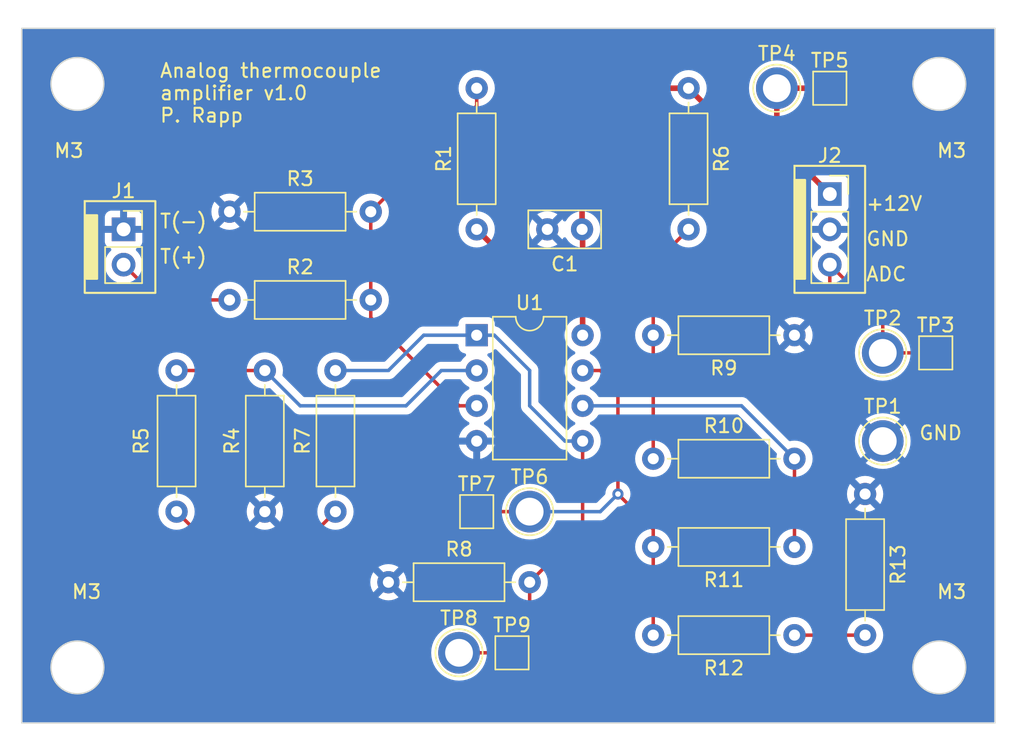
<source format=kicad_pcb>
(kicad_pcb (version 20221018) (generator pcbnew)
  (title_block (title "Analog thermocouple amplifier") (date "2024-04-01") (rev "1.0.0") (company "Philipp Rapp"))
  (layers (0 "F.Cu" signal) (31 "B.Cu" signal) (34 "B.Paste" user) (35 "F.Paste" user) (36 "B.SilkS" user "B.Silkscreen") (37 "F.SilkS" user "F.Silkscreen") (38 "B.Mask" user) (39 "F.Mask" user) (44 "Edge.Cuts" user))
  (net 0 "")
  (net 1 "+12V")
  (net 2 "GND")
  (net 3 "Net-(J1-Pin_2)")
  (net 4 "/adc_input")
  (net 5 "Net-(U1A-+)")
  (net 6 "Net-(R5-Pad2)")
  (net 7 "Net-(U1A--)")
  (net 8 "Net-(R10-Pad1)")
  (net 9 "Net-(U1B-+)")
  (net 10 "Net-(U1B--)")
  (net 11 "Net-(R11-Pad2)")
  (footprint "Resistor_THT:R_Axial_DIN0207_L6.3mm_D2.5mm_P10.16mm_Horizontal" (layer "F.Cu") (at 151.13 87.63 -90)
    (fp_text reference "R5" (at 5.08 2.54 90) (layer "F.SilkS"))
    (fp_text value "12k")
    (fp_line (start 1.04 0) (end 1.81 0) (stroke (width 0.12)) (layer "F.SilkS"))
    (fp_line (start 1.81 -1.37) (end 1.81 1.37) (stroke (width 0.12)) (layer "F.SilkS"))
    (fp_line (start 1.81 1.37) (end 8.35 1.37) (stroke (width 0.12)) (layer "F.SilkS"))
    (fp_line (start 8.35 -1.37) (end 1.81 -1.37) (stroke (width 0.12)) (layer "F.SilkS"))
    (fp_line (start 8.35 1.37) (end 8.35 -1.37) (stroke (width 0.12)) (layer "F.SilkS"))
    (fp_line (start 9.12 0) (end 8.35 0) (stroke (width 0.12)) (layer "F.SilkS"))
    (pad "1" thru_hole circle (at 0 0 270) (size 1.6 1.6) (drill 0.8) (layers "*.Cu" "*.Mask") (net 7 "Net-(U1A--)"))
    (pad "2" thru_hole oval (at 10.16 0 270) (size 1.6 1.6) (drill 0.8) (layers "*.Cu" "*.Mask") (net 6 "Net-(R5-Pad2)"))
  )
  (footprint "TestPoint:TestPoint_Plated_Hole_D2.0mm" (layer "F.Cu") (at 201.93 86.36)
    (fp_text reference "TP2" (at 0 -2.498) (layer "F.SilkS"))
    (fp_text value "TestPoint")
    (fp_circle (center 0 0) (end 0 -1.7) (stroke (width 0.12)) (fill none) (layer "F.SilkS"))
    (pad "1" thru_hole circle (at 0 0) (size 3 3) (drill 2) (layers "*.Cu" "*.Mask") (net 4 "/adc_input"))
  )
  (footprint "Capacitor_THT:C_Disc_D5.0mm_W2.5mm_P2.50mm" (layer "F.Cu") (at 180.3 77.47 180)
    (fp_text reference "C1" (at 1.25 -2.5) (layer "F.SilkS"))
    (fp_text value "100n")
    (fp_line (start -1.37 -1.37) (end -1.37 1.37) (stroke (width 0.12)) (layer "F.SilkS"))
    (fp_line (start -1.37 -1.37) (end 3.87 -1.37) (stroke (width 0.12)) (layer "F.SilkS"))
    (fp_line (start -1.37 1.37) (end 3.87 1.37) (stroke (width 0.12)) (layer "F.SilkS"))
    (fp_line (start 3.87 -1.37) (end 3.87 1.37) (stroke (width 0.12)) (layer "F.SilkS"))
    (pad "1" thru_hole circle (at 0 0 180) (size 1.6 1.6) (drill 0.8) (layers "*.Cu" "*.Mask") (net 1 "+12V"))
    (pad "2" thru_hole circle (at 2.5 0 180) (size 1.6 1.6) (drill 0.8) (layers "*.Cu" "*.Mask") (net 2 "GND"))
  )
  (footprint "Connector_PinSocket_2.54mm:PinSocket_1x03_P2.54mm_Vertical" (layer "F.Cu") (at 198.12 74.93)
    (fp_text reference "J2" (at 0 -2.77) (layer "F.SilkS"))
    (fp_text value "Conn_01x03_Socket")
    (fp_line (start -1.33 1.27) (end -1.33 6.41) (stroke (width 0.12)) (layer "F.SilkS"))
    (fp_line (start -1.33 1.27) (end 1.33 1.27) (stroke (width 0.12)) (layer "F.SilkS"))
    (fp_line (start -1.33 6.41) (end 1.33 6.41) (stroke (width 0.12)) (layer "F.SilkS"))
    (fp_line (start 0 -1.33) (end 1.33 -1.33) (stroke (width 0.12)) (layer "F.SilkS"))
    (fp_line (start 1.33 -1.33) (end 1.33 0) (stroke (width 0.12)) (layer "F.SilkS"))
    (fp_line (start 1.33 1.27) (end 1.33 6.41) (stroke (width 0.12)) (layer "F.SilkS"))
    (pad "1" thru_hole rect (at 0 0) (size 1.7 1.7) (drill 1) (layers "*.Cu" "*.Mask") (net 1 "+12V"))
    (pad "2" thru_hole oval (at 0 2.54) (size 1.7 1.7) (drill 1) (layers "*.Cu" "*.Mask") (net 2 "GND"))
    (pad "3" thru_hole oval (at 0 5.08) (size 1.7 1.7) (drill 1) (layers "*.Cu" "*.Mask") (net 4 "/adc_input"))
  )
  (footprint "TestPoint:TestPoint_Plated_Hole_D2.0mm" (layer "F.Cu") (at 194.31 67.31)
    (fp_text reference "TP4" (at 0 -2.498) (layer "F.SilkS"))
    (fp_text value "TestPoint")
    (fp_circle (center 0 0) (end 0 -1.7) (stroke (width 0.12)) (fill none) (layer "F.SilkS"))
    (pad "1" thru_hole circle (at 0 0) (size 3 3) (drill 2) (layers "*.Cu" "*.Mask") (net 1 "+12V"))
  )
  (footprint "Resistor_THT:R_Axial_DIN0207_L6.3mm_D2.5mm_P10.16mm_Horizontal" (layer "F.Cu") (at 154.94 76.2)
    (fp_text reference "R3" (at 5.08 -2.37) (layer "F.SilkS"))
    (fp_text value "1Meg")
    (fp_line (start 1.04 0) (end 1.81 0) (stroke (width 0.12)) (layer "F.SilkS"))
    (fp_line (start 1.81 -1.37) (end 1.81 1.37) (stroke (width 0.12)) (layer "F.SilkS"))
    (fp_line (start 1.81 1.37) (end 8.35 1.37) (stroke (width 0.12)) (layer "F.SilkS"))
    (fp_line (start 8.35 -1.37) (end 1.81 -1.37) (stroke (width 0.12)) (layer "F.SilkS"))
    (fp_line (start 8.35 1.37) (end 8.35 -1.37) (stroke (width 0.12)) (layer "F.SilkS"))
    (fp_line (start 9.12 0) (end 8.35 0) (stroke (width 0.12)) (layer "F.SilkS"))
    (pad "1" thru_hole circle (at 0 0) (size 1.6 1.6) (drill 0.8) (layers "*.Cu" "*.Mask") (net 2 "GND"))
    (pad "2" thru_hole oval (at 10.16 0) (size 1.6 1.6) (drill 0.8) (layers "*.Cu" "*.Mask") (net 5 "Net-(U1A-+)"))
  )
  (footprint "Resistor_THT:R_Axial_DIN0207_L6.3mm_D2.5mm_P10.16mm_Horizontal" (layer "F.Cu") (at 200.66 96.52 -90)
    (fp_text reference "R13" (at 5.08 -2.37 90) (layer "F.SilkS"))
    (fp_text value "6.8k")
    (fp_line (start 1.04 0) (end 1.81 0) (stroke (width 0.12)) (layer "F.SilkS"))
    (fp_line (start 1.81 -1.37) (end 1.81 1.37) (stroke (width 0.12)) (layer "F.SilkS"))
    (fp_line (start 1.81 1.37) (end 8.35 1.37) (stroke (width 0.12)) (layer "F.SilkS"))
    (fp_line (start 8.35 -1.37) (end 1.81 -1.37) (stroke (width 0.12)) (layer "F.SilkS"))
    (fp_line (start 8.35 1.37) (end 8.35 -1.37) (stroke (width 0.12)) (layer "F.SilkS"))
    (fp_line (start 9.12 0) (end 8.35 0) (stroke (width 0.12)) (layer "F.SilkS"))
    (pad "1" thru_hole circle (at 0 0 270) (size 1.6 1.6) (drill 0.8) (layers "*.Cu" "*.Mask") (net 2 "GND"))
    (pad "2" thru_hole oval (at 10.16 0 270) (size 1.6 1.6) (drill 0.8) (layers "*.Cu" "*.Mask") (net 4 "/adc_input"))
  )
  (footprint "TestPoint:TestPoint_Plated_Hole_D2.0mm" (layer "F.Cu") (at 176.53 97.79)
    (fp_text reference "TP6" (at 0 -2.498) (layer "F.SilkS"))
    (fp_text value "TestPoint")
    (fp_circle (center 0 0) (end 0 -1.7) (stroke (width 0.12)) (fill none) (layer "F.SilkS"))
    (pad "1" thru_hole circle (at 0 0) (size 3 3) (drill 2) (layers "*.Cu" "*.Mask") (net 11 "Net-(R11-Pad2)"))
  )
  (footprint "TestPoint:TestPoint_Plated_Hole_D2.0mm" (layer "F.Cu") (at 171.45 107.95)
    (fp_text reference "TP8" (at 0 -2.498) (layer "F.SilkS"))
    (fp_text value "TestPoint")
    (fp_circle (center 0 0) (end 0 -1.7) (stroke (width 0.12)) (fill none) (layer "F.SilkS"))
    (pad "1" thru_hole circle (at 0 0) (size 3 3) (drill 2) (layers "*.Cu" "*.Mask") (net 9 "Net-(U1B-+)"))
  )
  (footprint "Resistor_THT:R_Axial_DIN0207_L6.3mm_D2.5mm_P10.16mm_Horizontal" (layer "F.Cu") (at 185.42 93.98)
    (fp_text reference "R10" (at 5.08 -2.37) (layer "F.SilkS"))
    (fp_text value "4.7k")
    (fp_line (start 1.04 0) (end 1.81 0) (stroke (width 0.12)) (layer "F.SilkS"))
    (fp_line (start 1.81 -1.37) (end 1.81 1.37) (stroke (width 0.12)) (layer "F.SilkS"))
    (fp_line (start 1.81 1.37) (end 8.35 1.37) (stroke (width 0.12)) (layer "F.SilkS"))
    (fp_line (start 8.35 -1.37) (end 1.81 -1.37) (stroke (width 0.12)) (layer "F.SilkS"))
    (fp_line (start 8.35 1.37) (end 8.35 -1.37) (stroke (width 0.12)) (layer "F.SilkS"))
    (fp_line (start 9.12 0) (end 8.35 0) (stroke (width 0.12)) (layer "F.SilkS"))
    (pad "1" thru_hole circle (at 0 0) (size 1.6 1.6) (drill 0.8) (layers "*.Cu" "*.Mask") (net 8 "Net-(R10-Pad1)"))
    (pad "2" thru_hole oval (at 10.16 0) (size 1.6 1.6) (drill 0.8) (layers "*.Cu" "*.Mask") (net 10 "Net-(U1B--)"))
  )
  (footprint "TestPoint:TestPoint_Pad_2.0x2.0mm" (layer "F.Cu") (at 198.12 67.31)
    (fp_text reference "TP5" (at 0 -1.998) (layer "F.SilkS"))
    (fp_text value "TestPoint")
    (fp_line (start -1.2 -1.2) (end 1.2 -1.2) (stroke (width 0.12)) (layer "F.SilkS"))
    (fp_line (start -1.2 1.2) (end -1.2 -1.2) (stroke (width 0.12)) (layer "F.SilkS"))
    (fp_line (start 1.2 -1.2) (end 1.2 1.2) (stroke (width 0.12)) (layer "F.SilkS"))
    (fp_line (start 1.2 1.2) (end -1.2 1.2) (stroke (width 0.12)) (layer "F.SilkS"))
    (pad "1" smd rect (at 0 0) (size 2 2) (layers "F.Cu" "F.Mask") (net 1 "+12V"))
  )
  (footprint "Resistor_THT:R_Axial_DIN0207_L6.3mm_D2.5mm_P10.16mm_Horizontal" (layer "F.Cu") (at 162.56 97.79 90)
    (fp_text reference "R7" (at 5.08 -2.37 90) (layer "F.SilkS"))
    (fp_text value "1k")
    (fp_line (start 1.04 0) (end 1.81 0) (stroke (width 0.12)) (layer "F.SilkS"))
    (fp_line (start 1.81 -1.37) (end 1.81 1.37) (stroke (width 0.12)) (layer "F.SilkS"))
    (fp_line (start 1.81 1.37) (end 8.35 1.37) (stroke (width 0.12)) (layer "F.SilkS"))
    (fp_line (start 8.35 -1.37) (end 1.81 -1.37) (stroke (width 0.12)) (layer "F.SilkS"))
    (fp_line (start 8.35 1.37) (end 8.35 -1.37) (stroke (width 0.12)) (layer "F.SilkS"))
    (fp_line (start 9.12 0) (end 8.35 0) (stroke (width 0.12)) (layer "F.SilkS"))
    (pad "1" thru_hole circle (at 0 0 90) (size 1.6 1.6) (drill 0.8) (layers "*.Cu" "*.Mask") (net 6 "Net-(R5-Pad2)"))
    (pad "2" thru_hole oval (at 10.16 0 90) (size 1.6 1.6) (drill 0.8) (layers "*.Cu" "*.Mask") (net 9 "Net-(U1B-+)"))
  )
  (footprint "Resistor_THT:R_Axial_DIN0207_L6.3mm_D2.5mm_P10.16mm_Horizontal" (layer "F.Cu") (at 157.48 97.79 90)
    (fp_text reference "R4" (at 5.08 -2.37 90) (layer "F.SilkS"))
    (fp_text value "4.7k")
    (fp_line (start 1.04 0) (end 1.81 0) (stroke (width 0.12)) (layer "F.SilkS"))
    (fp_line (start 1.81 -1.37) (end 1.81 1.37) (stroke (width 0.12)) (layer "F.SilkS"))
    (fp_line (start 1.81 1.37) (end 8.35 1.37) (stroke (width 0.12)) (layer "F.SilkS"))
    (fp_line (start 8.35 -1.37) (end 1.81 -1.37) (stroke (width 0.12)) (layer "F.SilkS"))
    (fp_line (start 8.35 1.37) (end 8.35 -1.37) (stroke (width 0.12)) (layer "F.SilkS"))
    (fp_line (start 9.12 0) (end 8.35 0) (stroke (width 0.12)) (layer "F.SilkS"))
    (pad "1" thru_hole circle (at 0 0 90) (size 1.6 1.6) (drill 0.8) (layers "*.Cu" "*.Mask") (net 2 "GND"))
    (pad "2" thru_hole oval (at 10.16 0 90) (size 1.6 1.6) (drill 0.8) (layers "*.Cu" "*.Mask") (net 7 "Net-(U1A--)"))
  )
  (footprint "TestPoint:TestPoint_Pad_2.0x2.0mm" (layer "F.Cu") (at 175.26 107.95)
    (fp_text reference "TP9" (at 0 -1.998) (layer "F.SilkS"))
    (fp_text value "TestPoint")
    (fp_line (start -1.2 -1.2) (end 1.2 -1.2) (stroke (width 0.12)) (layer "F.SilkS"))
    (fp_line (start -1.2 1.2) (end -1.2 -1.2) (stroke (width 0.12)) (layer "F.SilkS"))
    (fp_line (start 1.2 -1.2) (end 1.2 1.2) (stroke (width 0.12)) (layer "F.SilkS"))
    (fp_line (start 1.2 1.2) (end -1.2 1.2) (stroke (width 0.12)) (layer "F.SilkS"))
    (pad "1" smd rect (at 0 0) (size 2 2) (layers "F.Cu" "F.Mask") (net 9 "Net-(U1B-+)"))
  )
  (footprint "Connector_PinSocket_2.54mm:PinSocket_1x02_P2.54mm_Vertical" (layer "F.Cu") (at 147.32 77.47)
    (fp_text reference "J1" (at 0 -2.77) (layer "F.SilkS"))
    (fp_text value "Conn_01x02_Socket")
    (fp_line (start -1.33 1.27) (end -1.33 3.87) (stroke (width 0.12)) (layer "F.SilkS"))
    (fp_line (start -1.33 1.27) (end 1.33 1.27) (stroke (width 0.12)) (layer "F.SilkS"))
    (fp_line (start -1.33 3.87) (end 1.33 3.87) (stroke (width 0.12)) (layer "F.SilkS"))
    (fp_line (start 0 -1.33) (end 1.33 -1.33) (stroke (width 0.12)) (layer "F.SilkS"))
    (fp_line (start 1.33 -1.33) (end 1.33 0) (stroke (width 0.12)) (layer "F.SilkS"))
    (fp_line (start 1.33 1.27) (end 1.33 3.87) (stroke (width 0.12)) (layer "F.SilkS"))
    (pad "1" thru_hole rect (at 0 0) (size 1.7 1.7) (drill 1) (layers "*.Cu" "*.Mask") (net 2 "GND"))
    (pad "2" thru_hole oval (at 0 2.54) (size 1.7 1.7) (drill 1) (layers "*.Cu" "*.Mask") (net 3 "Net-(J1-Pin_2)"))
  )
  (footprint "TestPoint:TestPoint_Plated_Hole_D2.0mm" (layer "F.Cu") (at 201.93 92.71)
    (fp_text reference "TP1" (at 0 -2.498) (layer "F.SilkS"))
    (fp_text value "TestPoint")
    (fp_circle (center 0 0) (end 0 -1.7) (stroke (width 0.12)) (fill none) (layer "F.SilkS"))
    (pad "1" thru_hole circle (at 0 0) (size 3 3) (drill 2) (layers "*.Cu" "*.Mask") (net 2 "GND"))
  )
  (footprint "TestPoint:TestPoint_Pad_2.0x2.0mm" (layer "F.Cu") (at 205.74 86.36)
    (fp_text reference "TP3" (at 0 -1.998) (layer "F.SilkS"))
    (fp_text value "TestPoint")
    (fp_line (start -1.2 -1.2) (end 1.2 -1.2) (stroke (width 0.12)) (layer "F.SilkS"))
    (fp_line (start -1.2 1.2) (end -1.2 -1.2) (stroke (width 0.12)) (layer "F.SilkS"))
    (fp_line (start 1.2 -1.2) (end 1.2 1.2) (stroke (width 0.12)) (layer "F.SilkS"))
    (fp_line (start 1.2 1.2) (end -1.2 1.2) (stroke (width 0.12)) (layer "F.SilkS"))
    (pad "1" smd rect (at 0 0) (size 2 2) (layers "F.Cu" "F.Mask") (net 4 "/adc_input"))
  )
  (footprint "Package_DIP:DIP-8_W7.62mm" (layer "F.Cu") (at 172.72 85.09)
    (fp_text reference "U1" (at 3.81 -2.33) (layer "F.SilkS"))
    (fp_text value "NJM4556A")
    (fp_line (start 1.16 -1.33) (end 1.16 8.95) (stroke (width 0.12)) (layer "F.SilkS"))
    (fp_line (start 1.16 8.95) (end 6.46 8.95) (stroke (width 0.12)) (layer "F.SilkS"))
    (fp_line (start 2.81 -1.33) (end 1.16 -1.33) (stroke (width 0.12)) (layer "F.SilkS"))
    (fp_line (start 6.46 -1.33) (end 4.81 -1.33) (stroke (width 0.12)) (layer "F.SilkS"))
    (fp_line (start 6.46 8.95) (end 6.46 -1.33) (stroke (width 0.12)) (layer "F.SilkS"))
    (fp_arc (start 4.81 -1.33) (mid 3.81 -0.33) (end 2.81 -1.33) (stroke (width 0.12)) (layer "F.SilkS"))
    (pad "1" thru_hole rect (at 0 0) (size 1.6 1.6) (drill 0.8) (layers "*.Cu" "*.Mask") (net 9 "Net-(U1B-+)"))
    (pad "2" thru_hole oval (at 0 2.54) (size 1.6 1.6) (drill 0.8) (layers "*.Cu" "*.Mask") (net 7 "Net-(U1A--)"))
    (pad "3" thru_hole oval (at 0 5.08) (size 1.6 1.6) (drill 0.8) (layers "*.Cu" "*.Mask") (net 5 "Net-(U1A-+)"))
    (pad "4" thru_hole oval (at 0 7.62) (size 1.6 1.6) (drill 0.8) (layers "*.Cu" "*.Mask") (net 2 "GND"))
    (pad "5" thru_hole oval (at 7.62 7.62) (size 1.6 1.6) (drill 0.8) (layers "*.Cu" "*.Mask") (net 9 "Net-(U1B-+)"))
    (pad "6" thru_hole oval (at 7.62 5.08) (size 1.6 1.6) (drill 0.8) (layers "*.Cu" "*.Mask") (net 10 "Net-(U1B--)"))
    (pad "7" thru_hole oval (at 7.62 2.54) (size 1.6 1.6) (drill 0.8) (layers "*.Cu" "*.Mask") (net 11 "Net-(R11-Pad2)"))
    (pad "8" thru_hole oval (at 7.62 0) (size 1.6 1.6) (drill 0.8) (layers "*.Cu" "*.Mask") (net 1 "+12V"))
  )
  (footprint "Resistor_THT:R_Axial_DIN0207_L6.3mm_D2.5mm_P10.16mm_Horizontal" (layer "F.Cu") (at 154.94 82.55)
    (fp_text reference "R2" (at 5.08 -2.37) (layer "F.SilkS"))
    (fp_text value "4.7k")
    (fp_line (start 1.04 0) (end 1.81 0) (stroke (width 0.12)) (layer "F.SilkS"))
    (fp_line (start 1.81 -1.37) (end 1.81 1.37) (stroke (width 0.12)) (layer "F.SilkS"))
    (fp_line (start 1.81 1.37) (end 8.35 1.37) (stroke (width 0.12)) (layer "F.SilkS"))
    (fp_line (start 8.35 -1.37) (end 1.81 -1.37) (stroke (width 0.12)) (layer "F.SilkS"))
    (fp_line (start 8.35 1.37) (end 8.35 -1.37) (stroke (width 0.12)) (layer "F.SilkS"))
    (fp_line (start 9.12 0) (end 8.35 0) (stroke (width 0.12)) (layer "F.SilkS"))
    (pad "1" thru_hole circle (at 0 0) (size 1.6 1.6) (drill 0.8) (layers "*.Cu" "*.Mask") (net 3 "Net-(J1-Pin_2)"))
    (pad "2" thru_hole oval (at 10.16 0) (size 1.6 1.6) (drill 0.8) (layers "*.Cu" "*.Mask") (net 5 "Net-(U1A-+)"))
  )
  (footprint "Resistor_THT:R_Axial_DIN0207_L6.3mm_D2.5mm_P10.16mm_Horizontal" (layer "F.Cu") (at 172.72 77.47 90)
    (fp_text reference "R1" (at 5.08 -2.37 90) (layer "F.SilkS"))
    (fp_text value "22k")
    (fp_line (start 1.04 0) (end 1.81 0) (stroke (width 0.12)) (layer "F.SilkS"))
    (fp_line (start 1.81 -1.37) (end 1.81 1.37) (stroke (width 0.12)) (layer "F.SilkS"))
    (fp_line (start 1.81 1.37) (end 8.35 1.37) (stroke (width 0.12)) (layer "F.SilkS"))
    (fp_line (start 8.35 -1.37) (end 1.81 -1.37) (stroke (width 0.12)) (layer "F.SilkS"))
    (fp_line (start 8.35 1.37) (end 8.35 -1.37) (stroke (width 0.12)) (layer "F.SilkS"))
    (fp_line (start 9.12 0) (end 8.35 0) (stroke (width 0.12)) (layer "F.SilkS"))
    (pad "1" thru_hole circle (at 0 0 90) (size 1.6 1.6) (drill 0.8) (layers "*.Cu" "*.Mask") (net 1 "+12V"))
    (pad "2" thru_hole oval (at 10.16 0 90) (size 1.6 1.6) (drill 0.8) (layers "*.Cu" "*.Mask") (net 5 "Net-(U1A-+)"))
  )
  (footprint "Resistor_THT:R_Axial_DIN0207_L6.3mm_D2.5mm_P10.16mm_Horizontal" (layer "F.Cu") (at 195.58 100.33 180)
    (fp_text reference "R11" (at 5.08 -2.37) (layer "F.SilkS"))
    (fp_text value "100k")
    (fp_line (start 1.04 0) (end 1.81 0) (stroke (width 0.12)) (layer "F.SilkS"))
    (fp_line (start 1.81 -1.37) (end 1.81 1.37) (stroke (width 0.12)) (layer "F.SilkS"))
    (fp_line (start 1.81 1.37) (end 8.35 1.37) (stroke (width 0.12)) (layer "F.SilkS"))
    (fp_line (start 8.35 -1.37) (end 1.81 -1.37) (stroke (width 0.12)) (layer "F.SilkS"))
    (fp_line (start 8.35 1.37) (end 8.35 -1.37) (stroke (width 0.12)) (layer "F.SilkS"))
    (fp_line (start 9.12 0) (end 8.35 0) (stroke (width 0.12)) (layer "F.SilkS"))
    (pad "1" thru_hole circle (at 0 0 180) (size 1.6 1.6) (drill 0.8) (layers "*.Cu" "*.Mask") (net 10 "Net-(U1B--)"))
    (pad "2" thru_hole oval (at 10.16 0 180) (size 1.6 1.6) (drill 0.8) (layers "*.Cu" "*.Mask") (net 11 "Net-(R11-Pad2)"))
  )
  (footprint "Resistor_THT:R_Axial_DIN0207_L6.3mm_D2.5mm_P10.16mm_Horizontal" (layer "F.Cu") (at 187.96 67.31 -90)
    (fp_text reference "R6" (at 5.08 -2.37 90) (layer "F.SilkS"))
    (fp_text value "560R")
    (fp_line (start 1.04 0) (end 1.81 0) (stroke (width 0.12)) (layer "F.SilkS"))
    (fp_line (start 1.81 -1.37) (end 1.81 1.37) (stroke (width 0.12)) (layer "F.SilkS"))
    (fp_line (start 1.81 1.37) (end 8.35 1.37) (stroke (width 0.12)) (layer "F.SilkS"))
    (fp_line (start 8.35 -1.37) (end 1.81 -1.37) (stroke (width 0.12)) (layer "F.SilkS"))
    (fp_line (start 8.35 1.37) (end 8.35 -1.37) (stroke (width 0.12)) (layer "F.SilkS"))
    (fp_line (start 9.12 0) (end 8.35 0) (stroke (width 0.12)) (layer "F.SilkS"))
    (pad "1" thru_hole circle (at 0 0 270) (size 1.6 1.6) (drill 0.8) (layers "*.Cu" "*.Mask") (net 1 "+12V"))
    (pad "2" thru_hole oval (at 10.16 0 270) (size 1.6 1.6) (drill 0.8) (layers "*.Cu" "*.Mask") (net 8 "Net-(R10-Pad1)"))
  )
  (footprint "Resistor_THT:R_Axial_DIN0207_L6.3mm_D2.5mm_P10.16mm_Horizontal" (layer "F.Cu") (at 195.58 106.68 180)
    (fp_text reference "R12" (at 5.08 -2.37) (layer "F.SilkS"))
    (fp_text value "18k")
    (fp_line (start 1.04 0) (end 1.81 0) (stroke (width 0.12)) (layer "F.SilkS"))
    (fp_line (start 1.81 -1.37) (end 1.81 1.37) (stroke (width 0.12)) (layer "F.SilkS"))
    (fp_line (start 1.81 1.37) (end 8.35 1.37) (stroke (width 0.12)) (layer "F.SilkS"))
    (fp_line (start 8.35 -1.37) (end 1.81 -1.37) (stroke (width 0.12)) (layer "F.SilkS"))
    (fp_line (start 8.35 1.37) (end 8.35 -1.37) (stroke (width 0.12)) (layer "F.SilkS"))
    (fp_line (start 9.12 0) (end 8.35 0) (stroke (width 0.12)) (layer "F.SilkS"))
    (pad "1" thru_hole circle (at 0 0 180) (size 1.6 1.6) (drill 0.8) (layers "*.Cu" "*.Mask") (net 4 "/adc_input"))
    (pad "2" thru_hole oval (at 10.16 0 180) (size 1.6 1.6) (drill 0.8) (layers "*.Cu" "*.Mask") (net 11 "Net-(R11-Pad2)"))
  )
  (footprint "TestPoint:TestPoint_Pad_2.0x2.0mm" (layer "F.Cu") (at 172.72 97.79)
    (fp_text reference "TP7" (at 0 -1.998) (layer "F.SilkS"))
    (fp_text value "TestPoint")
    (fp_line (start -1.2 -1.2) (end 1.2 -1.2) (stroke (width 0.12)) (layer "F.SilkS"))
    (fp_line (start -1.2 1.2) (end -1.2 -1.2) (stroke (width 0.12)) (layer "F.SilkS"))
    (fp_line (start 1.2 -1.2) (end 1.2 1.2) (stroke (width 0.12)) (layer "F.SilkS"))
    (fp_line (start 1.2 1.2) (end -1.2 1.2) (stroke (width 0.12)) (layer "F.SilkS"))
    (pad "1" smd rect (at 0 0) (size 2 2) (layers "F.Cu" "F.Mask") (net 11 "Net-(R11-Pad2)"))
  )
  (footprint "Resistor_THT:R_Axial_DIN0207_L6.3mm_D2.5mm_P10.16mm_Horizontal" (layer "F.Cu") (at 166.37 102.87)
    (fp_text reference "R8" (at 5.08 -2.37) (layer "F.SilkS"))
    (fp_text value "10k")
    (fp_line (start 1.04 0) (end 1.81 0) (stroke (width 0.12)) (layer "F.SilkS"))
    (fp_line (start 1.81 -1.37) (end 1.81 1.37) (stroke (width 0.12)) (layer "F.SilkS"))
    (fp_line (start 1.81 1.37) (end 8.35 1.37) (stroke (width 0.12)) (layer "F.SilkS"))
    (fp_line (start 8.35 -1.37) (end 1.81 -1.37) (stroke (width 0.12)) (layer "F.SilkS"))
    (fp_line (start 8.35 1.37) (end 8.35 -1.37) (stroke (width 0.12)) (layer "F.SilkS"))
    (fp_line (start 9.12 0) (end 8.35 0) (stroke (width 0.12)) (layer "F.SilkS"))
    (pad "1" thru_hole circle (at 0 0) (size 1.6 1.6) (drill 0.8) (layers "*.Cu" "*.Mask") (net 2 "GND"))
    (pad "2" thru_hole oval (at 10.16 0) (size 1.6 1.6) (drill 0.8) (layers "*.Cu" "*.Mask") (net 9 "Net-(U1B-+)"))
  )
  (footprint "Resistor_THT:R_Axial_DIN0207_L6.3mm_D2.5mm_P10.16mm_Horizontal" (layer "F.Cu") (at 195.58 85.09 180)
    (fp_text reference "R9" (at 5.08 -2.37) (layer "F.SilkS"))
    (fp_text value "1.2k")
    (fp_line (start 1.04 0) (end 1.81 0) (stroke (width 0.12)) (layer "F.SilkS"))
    (fp_line (start 1.81 -1.37) (end 1.81 1.37) (stroke (width 0.12)) (layer "F.SilkS"))
    (fp_line (start 1.81 1.37) (end 8.35 1.37) (stroke (width 0.12)) (layer "F.SilkS"))
    (fp_line (start 8.35 -1.37) (end 1.81 -1.37) (stroke (width 0.12)) (layer "F.SilkS"))
    (fp_line (start 8.35 1.37) (end 8.35 -1.37) (stroke (width 0.12)) (layer "F.SilkS"))
    (fp_line (start 9.12 0) (end 8.35 0) (stroke (width 0.12)) (layer "F.SilkS"))
    (pad "1" thru_hole circle (at 0 0 180) (size 1.6 1.6) (drill 0.8) (layers "*.Cu" "*.Mask") (net 2 "GND"))
    (pad "2" thru_hole oval (at 10.16 0 180) (size 1.6 1.6) (drill 0.8) (layers "*.Cu" "*.Mask") (net 8 "Net-(R10-Pad1)"))
  )
  (gr_rect (start 144.653 76.454) (end 145.415 81.026) (stroke (width 0.15)) (fill solid) (layer "F.SilkS"))
  (gr_rect (start 144.526 75.438) (end 149.606 82.042) (stroke (width 0.15)) (fill none) (layer "F.SilkS"))
  (gr_rect (start 195.58 72.898) (end 200.66 82.042) (stroke (width 0.15)) (fill none) (layer "F.SilkS"))
  (gr_rect (start 195.58 73.914) (end 196.342 81.026) (stroke (width 0.15)) (fill solid) (layer "F.SilkS"))
  (gr_rect (start 140 63) (end 210 113) (stroke (width 0.1)) (fill none) (layer "Edge.Cuts"))
  (gr_circle (center 206 109) (end 207.9 109) (stroke (width 0.1)) (fill none) (layer "Edge.Cuts"))
  (gr_circle (center 206 67) (end 207.9 67) (stroke (width 0.1)) (fill none) (layer "Edge.Cuts"))
  (gr_circle (center 144 67) (end 145.9 67) (stroke (width 0.1)) (fill none) (layer "Edge.Cuts"))
  (gr_circle (center 144 109) (end 145.9 109) (stroke (width 0.1)) (fill none) (layer "Edge.Cuts"))
  (gr_text "M3" (at 205.74 104.14) (layer "F.SilkS") (effects (font (size 1 1)) (justify left bottom)))
  (gr_text "GND" (at 204.47 92.71) (layer "F.SilkS") (effects (font (size 1 1)) (justify left bottom)))
  (gr_text "+12V" (at 200.66 76.2) (layer "F.SilkS") (effects (font (size 1 1)) (justify left bottom)))
  (gr_text "ADC" (at 200.66 81.28) (layer "F.SilkS") (effects (font (size 1 1)) (justify left bottom)))
  (gr_text "Analog thermocouple\namplifier v1.0\nP. Rapp" (at 149.86 69.85) (layer "F.SilkS") (effects (font (size 1 1)) (justify left bottom)))
  (gr_text "T(+)" (at 149.86 80.01) (layer "F.SilkS") (effects (font (size 1 1)) (justify left bottom)))
  (gr_text "T(-)" (at 149.86 77.47) (layer "F.SilkS") (effects (font (size 1 1)) (justify left bottom)))
  (gr_text "M3" (at 143.51 104.14) (layer "F.SilkS") (effects (font (size 1 1)) (justify left bottom)))
  (gr_text "GND" (at 200.66 78.74) (layer "F.SilkS") (effects (font (size 1 1)) (justify left bottom)))
  (gr_text "M3" (at 142.24 72.39) (layer "F.SilkS") (effects (font (size 1 1)) (justify left bottom)))
  (gr_text "M3" (at 205.74 72.39) (layer "F.SilkS") (effects (font (size 1 1)) (justify left bottom)))
  (segment (start 176.53 81.28) (end 180.34 81.28) (width 0.4) (layer "F.Cu") (net 1))
  (segment (start 180.3 71.16) (end 180.3 77.47) (width 0.4) (layer "F.Cu") (net 1))
  (segment (start 180.34 85.09) (end 180.34 81.28) (width 0.4) (layer "F.Cu") (net 1))
  (segment (start 187.96 67.31) (end 184.15 67.31) (width 0.4) (layer "F.Cu") (net 1))
  (segment (start 187.96 67.31) (end 191.77 71.12) (width 0.4) (layer "F.Cu") (net 1))
  (segment (start 172.72 77.47) (end 176.53 81.28) (width 0.4) (layer "F.Cu") (net 1))
  (segment (start 191.77 71.12) (end 194.31 71.12) (width 0.4) (layer "F.Cu") (net 1))
  (segment (start 194.31 67.31) (end 194.31 71.12) (width 0.4) (layer "F.Cu") (net 1))
  (segment (start 180.34 81.28) (end 180.34 77.51) (width 0.4) (layer "F.Cu") (net 1))
  (segment (start 180.34 77.51) (end 180.3 77.47) (width 0.4) (layer "F.Cu") (net 1))
  (segment (start 194.31 71.12) (end 198.12 74.93) (width 0.4) (layer "F.Cu") (net 1))
  (segment (start 198.12 67.31) (end 194.31 67.31) (width 0.4) (layer "F.Cu") (net 1))
  (segment (start 184.15 67.31) (end 180.3 71.16) (width 0.4) (layer "F.Cu") (net 1))
  (segment (start 147.32 80.01) (end 149.86 82.55) (width 0.25) (layer "F.Cu") (net 3))
  (segment (start 149.86 82.55) (end 154.94 82.55) (width 0.25) (layer "F.Cu") (net 3))
  (segment (start 205.74 86.36) (end 201.93 86.36) (width 0.25) (layer "F.Cu") (net 4))
  (segment (start 198.12 80.01) (end 201.93 83.82) (width 0.25) (layer "F.Cu") (net 4))
  (segment (start 198.12 80.01) (end 198.12 106.68) (width 0.25) (layer "F.Cu") (net 4))
  (segment (start 201.93 83.82) (end 201.93 86.36) (width 0.25) (layer "F.Cu") (net 4))
  (segment (start 198.12 106.68) (end 200.66 106.68) (width 0.25) (layer "F.Cu") (net 4))
  (segment (start 195.58 106.68) (end 198.12 106.68) (width 0.25) (layer "F.Cu") (net 4))
  (segment (start 165.1 83.82) (end 171.45 90.17) (width 0.25) (layer "F.Cu") (net 5))
  (segment (start 172.72 67.31) (end 172.72 68.58) (width 0.25) (layer "F.Cu") (net 5))
  (segment (start 172.72 68.58) (end 165.1 76.2) (width 0.25) (layer "F.Cu") (net 5))
  (segment (start 165.1 76.2) (end 165.1 82.55) (width 0.25) (layer "F.Cu") (net 5))
  (segment (start 165.1 82.55) (end 165.1 83.82) (width 0.25) (layer "F.Cu") (net 5))
  (segment (start 171.45 90.17) (end 172.72 90.17) (width 0.25) (layer "F.Cu") (net 5))
  (segment (start 151.13 97.79) (end 153.67 100.33) (width 0.25) (layer "F.Cu") (net 6))
  (segment (start 160.02 100.33) (end 162.56 97.79) (width 0.25) (layer "F.Cu") (net 6))
  (segment (start 153.67 100.33) (end 160.02 100.33) (width 0.25) (layer "F.Cu") (net 6))
  (segment (start 157.48 87.63) (end 151.13 87.63) (width 0.25) (layer "F.Cu") (net 7))
  (segment (start 172.72 87.63) (end 170.18 87.63) (width 0.25) (layer "B.Cu") (net 7))
  (segment (start 167.64 90.17) (end 160.02 90.17) (width 0.25) (layer "B.Cu") (net 7))
  (segment (start 160.02 90.17) (end 157.48 87.63) (width 0.25) (layer "B.Cu") (net 7))
  (segment (start 170.18 87.63) (end 167.64 90.17) (width 0.25) (layer "B.Cu") (net 7))
  (segment (start 185.42 80.01) (end 185.42 85.09) (width 0.25) (layer "F.Cu") (net 8))
  (segment (start 187.96 77.47) (end 185.42 80.01) (width 0.25) (layer "F.Cu") (net 8))
  (segment (start 185.42 85.09) (end 185.42 93.98) (width 0.25) (layer "F.Cu") (net 8))
  (segment (start 175.26 107.95) (end 171.45 107.95) (width 0.25) (layer "F.Cu") (net 9))
  (segment (start 180.34 99.06) (end 176.53 102.87) (width 0.25) (layer "F.Cu") (net 9))
  (segment (start 176.53 106.68) (end 175.26 107.95) (width 0.25) (layer "F.Cu") (net 9))
  (segment (start 180.34 92.71) (end 180.34 99.06) (width 0.25) (layer "F.Cu") (net 9))
  (segment (start 176.53 102.87) (end 176.53 106.68) (width 0.25) (layer "F.Cu") (net 9))
  (segment (start 180.34 92.71) (end 179.07 92.71) (width 0.25) (layer "B.Cu") (net 9))
  (segment (start 166.37 87.63) (end 162.56 87.63) (width 0.25) (layer "B.Cu") (net 9))
  (segment (start 176.53 90.17) (end 176.53 87.63) (width 0.25) (layer "B.Cu") (net 9))
  (segment (start 173.99 85.09) (end 172.72 85.09) (width 0.25) (layer "B.Cu") (net 9))
  (segment (start 172.72 85.09) (end 168.91 85.09) (width 0.25) (layer "B.Cu") (net 9))
  (segment (start 179.07 92.71) (end 176.53 90.17) (width 0.25) (layer "B.Cu") (net 9))
  (segment (start 168.91 85.09) (end 166.37 87.63) (width 0.25) (layer "B.Cu") (net 9))
  (segment (start 176.53 87.63) (end 173.99 85.09) (width 0.25) (layer "B.Cu") (net 9))
  (segment (start 195.58 100.33) (end 195.58 93.98) (width 0.25) (layer "F.Cu") (net 10))
  (segment (start 191.77 90.17) (end 195.58 93.98) (width 0.25) (layer "B.Cu") (net 10))
  (segment (start 180.34 90.17) (end 191.77 90.17) (width 0.25) (layer "B.Cu") (net 10))
  (segment (start 185.42 100.33) (end 185.42 99.06) (width 0.25) (layer "F.Cu") (net 11))
  (segment (start 185.42 99.06) (end 182.88 96.52) (width 0.25) (layer "F.Cu") (net 11))
  (segment (start 182.88 88.9) (end 181.61 87.63) (width 0.25) (layer "F.Cu") (net 11))
  (segment (start 181.61 87.63) (end 180.34 87.63) (width 0.25) (layer "F.Cu") (net 11))
  (segment (start 182.88 96.52) (end 182.88 88.9) (width 0.25) (layer "F.Cu") (net 11))
  (segment (start 185.42 100.33) (end 185.42 106.68) (width 0.25) (layer "F.Cu") (net 11))
  (segment (start 172.72 97.79) (end 176.53 97.79) (width 0.25) (layer "F.Cu") (net 11))
  (via (at 182.88 96.52) (size 0.8) (drill 0.4) (layers "F.Cu" "B.Cu") (net 11))
  (segment (start 176.53 97.79) (end 181.61 97.79) (width 0.25) (layer "B.Cu") (net 11))
  (segment (start 181.61 97.79) (end 182.88 96.52) (width 0.25) (layer "B.Cu") (net 11))
  (zone (net 2) (net_name "GND") (layer "B.Cu") (connect_pads (clearance 0.5)) (min_thickness 0.25) (fill yes (thermal_gap 0.5) (thermal_bridge_width 0.5))
    (polygon (pts (xy 138.43 60.96) (xy 138.43 114.3) (xy 212.09 114.3) (xy 212.09 60.96)))
  )
)
</source>
